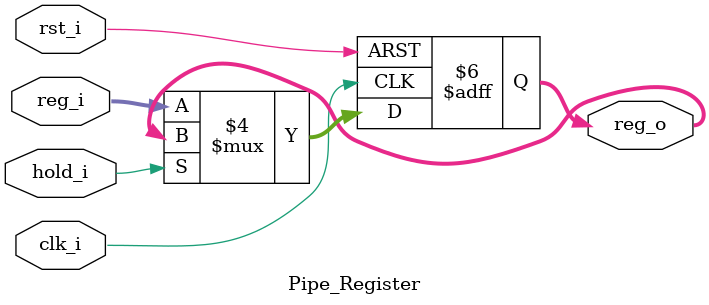
<source format=v>
module Pipe_Register
(
    clk_i,
    rst_i,
    hold_i,
    reg_i,
    reg_o
);

// Ports
input               clk_i;
input               rst_i;
input               hold_i;
input   [255:0]      reg_i;
output  [255:0]      reg_o;

// Wires & Registers
reg     [255:0]      reg_o;


always@(posedge clk_i or negedge rst_i) begin
    if(~rst_i) begin
        reg_o <= 256'b0;
    end
    else begin
        if(hold_i)
            reg_o <= reg_o;
        else
            reg_o <= reg_i;
    end
end

endmodule


</source>
